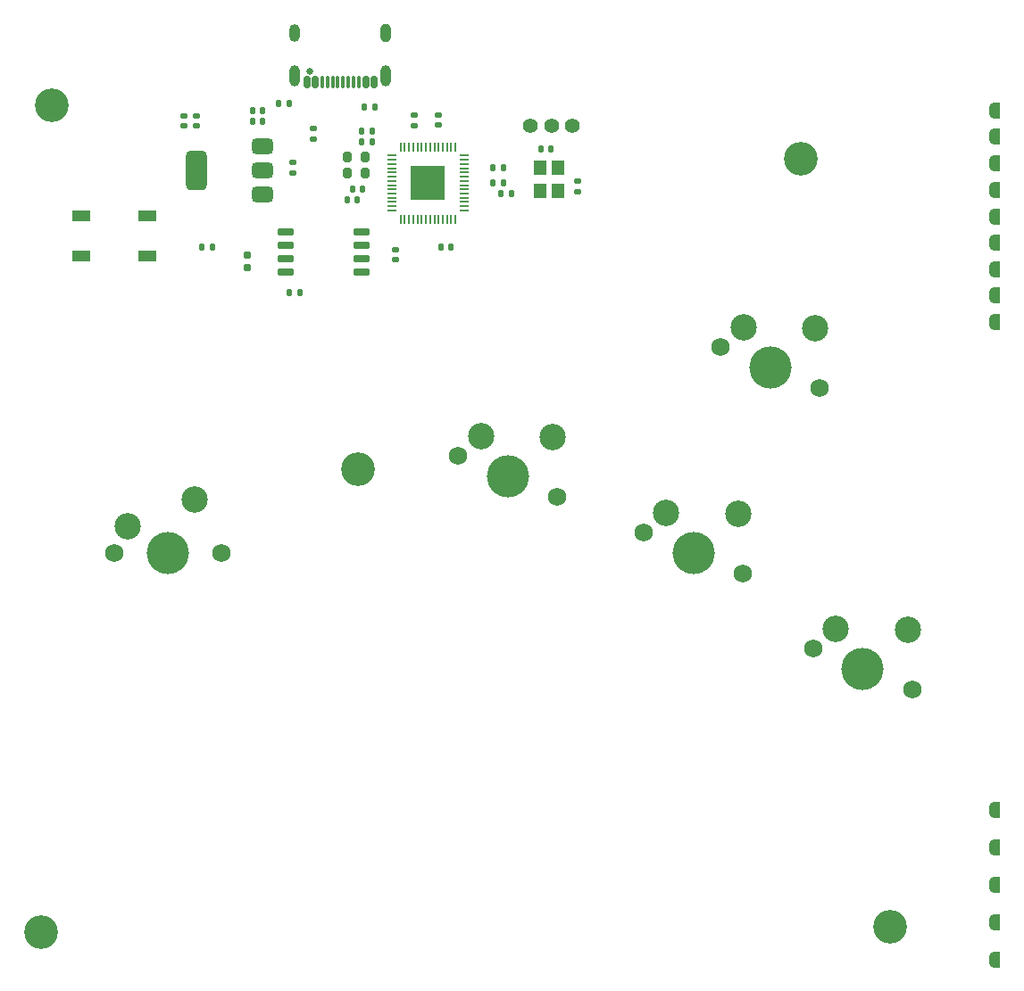
<source format=gbr>
%TF.GenerationSoftware,KiCad,Pcbnew,8.0.4*%
%TF.CreationDate,2024-07-23T18:00:38-07:00*%
%TF.ProjectId,2board_a,32626f61-7264-45f6-912e-6b696361645f,rev?*%
%TF.SameCoordinates,Original*%
%TF.FileFunction,Soldermask,Top*%
%TF.FilePolarity,Negative*%
%FSLAX46Y46*%
G04 Gerber Fmt 4.6, Leading zero omitted, Abs format (unit mm)*
G04 Created by KiCad (PCBNEW 8.0.4) date 2024-07-23 18:00:38*
%MOMM*%
%LPD*%
G01*
G04 APERTURE LIST*
G04 Aperture macros list*
%AMRoundRect*
0 Rectangle with rounded corners*
0 $1 Rounding radius*
0 $2 $3 $4 $5 $6 $7 $8 $9 X,Y pos of 4 corners*
0 Add a 4 corners polygon primitive as box body*
4,1,4,$2,$3,$4,$5,$6,$7,$8,$9,$2,$3,0*
0 Add four circle primitives for the rounded corners*
1,1,$1+$1,$2,$3*
1,1,$1+$1,$4,$5*
1,1,$1+$1,$6,$7*
1,1,$1+$1,$8,$9*
0 Add four rect primitives between the rounded corners*
20,1,$1+$1,$2,$3,$4,$5,0*
20,1,$1+$1,$4,$5,$6,$7,0*
20,1,$1+$1,$6,$7,$8,$9,0*
20,1,$1+$1,$8,$9,$2,$3,0*%
%AMFreePoly0*
4,1,19,0.500000,-0.750000,0.000000,-0.750000,0.000000,-0.744911,-0.071157,-0.744911,-0.207708,-0.704816,-0.327430,-0.627875,-0.420627,-0.520320,-0.479746,-0.390866,-0.500000,-0.250000,-0.500000,0.250000,-0.479746,0.390866,-0.420627,0.520320,-0.327430,0.627875,-0.207708,0.704816,-0.071157,0.744911,0.000000,0.744911,0.000000,0.750000,0.500000,0.750000,0.500000,-0.750000,0.500000,-0.750000,
$1*%
G04 Aperture macros list end*
%ADD10FreePoly0,0.000000*%
%ADD11C,3.200000*%
%ADD12RoundRect,0.140000X-0.170000X0.140000X-0.170000X-0.140000X0.170000X-0.140000X0.170000X0.140000X0*%
%ADD13R,1.200000X1.400000*%
%ADD14R,1.700000X1.000000*%
%ADD15RoundRect,0.135000X-0.185000X0.135000X-0.185000X-0.135000X0.185000X-0.135000X0.185000X0.135000X0*%
%ADD16RoundRect,0.140000X-0.140000X-0.170000X0.140000X-0.170000X0.140000X0.170000X-0.140000X0.170000X0*%
%ADD17RoundRect,0.150000X0.650000X0.150000X-0.650000X0.150000X-0.650000X-0.150000X0.650000X-0.150000X0*%
%ADD18RoundRect,0.140000X0.140000X0.170000X-0.140000X0.170000X-0.140000X-0.170000X0.140000X-0.170000X0*%
%ADD19RoundRect,0.140000X0.170000X-0.140000X0.170000X0.140000X-0.170000X0.140000X-0.170000X-0.140000X0*%
%ADD20C,1.750000*%
%ADD21C,4.000000*%
%ADD22C,2.500000*%
%ADD23RoundRect,0.135000X-0.135000X-0.185000X0.135000X-0.185000X0.135000X0.185000X-0.135000X0.185000X0*%
%ADD24C,0.650000*%
%ADD25RoundRect,0.150000X0.150000X0.420000X-0.150000X0.420000X-0.150000X-0.420000X0.150000X-0.420000X0*%
%ADD26RoundRect,0.075000X0.075000X0.495000X-0.075000X0.495000X-0.075000X-0.495000X0.075000X-0.495000X0*%
%ADD27O,1.000000X2.000000*%
%ADD28O,1.000000X1.800000*%
%ADD29O,1.000000X1.700000*%
%ADD30RoundRect,0.135000X0.135000X0.185000X-0.135000X0.185000X-0.135000X-0.185000X0.135000X-0.185000X0*%
%ADD31RoundRect,0.200000X-0.200000X-0.275000X0.200000X-0.275000X0.200000X0.275000X-0.200000X0.275000X0*%
%ADD32RoundRect,0.160000X-0.160000X0.197500X-0.160000X-0.197500X0.160000X-0.197500X0.160000X0.197500X0*%
%ADD33RoundRect,0.050000X0.050000X-0.387500X0.050000X0.387500X-0.050000X0.387500X-0.050000X-0.387500X0*%
%ADD34RoundRect,0.050000X0.387500X-0.050000X0.387500X0.050000X-0.387500X0.050000X-0.387500X-0.050000X0*%
%ADD35R,3.200000X3.200000*%
%ADD36RoundRect,0.375000X0.625000X0.375000X-0.625000X0.375000X-0.625000X-0.375000X0.625000X-0.375000X0*%
%ADD37RoundRect,0.500000X0.500000X1.400000X-0.500000X1.400000X-0.500000X-1.400000X0.500000X-1.400000X0*%
%ADD38C,1.400000*%
G04 APERTURE END LIST*
D10*
%TO.C,JP11*%
X195420000Y-99930000D03*
%TD*%
D11*
%TO.C,H7*%
X177000000Y-34600000D03*
%TD*%
D12*
%TO.C,C3*%
X155852000Y-36728000D03*
X155852000Y-37688000D03*
%TD*%
D10*
%TO.C,JP14*%
X195420000Y-110580000D03*
%TD*%
D13*
%TO.C,Y1*%
X153996000Y-37630000D03*
X153996000Y-35430000D03*
X152296000Y-35430000D03*
X152296000Y-37630000D03*
%TD*%
D14*
%TO.C,SW1*%
X108755000Y-40030000D03*
X115055000Y-40030000D03*
X108755000Y-43830000D03*
X115055000Y-43830000D03*
%TD*%
D12*
%TO.C,C12*%
X138630000Y-43200000D03*
X138630000Y-44160000D03*
%TD*%
D15*
%TO.C,R2*%
X130822000Y-31668000D03*
X130822000Y-32688000D03*
%TD*%
D16*
%TO.C,C2*%
X125020000Y-31000000D03*
X125980000Y-31000000D03*
%TD*%
%TO.C,C8*%
X147840000Y-35430000D03*
X148800000Y-35430000D03*
%TD*%
D10*
%TO.C,JP2*%
X195420000Y-32500000D03*
%TD*%
D17*
%TO.C,U3*%
X135410000Y-45349000D03*
X135410000Y-44079000D03*
X135410000Y-42809000D03*
X135410000Y-41539000D03*
X128210000Y-41539000D03*
X128210000Y-42809000D03*
X128210000Y-44079000D03*
X128210000Y-45349000D03*
%TD*%
D10*
%TO.C,JP12*%
X195420000Y-103480000D03*
%TD*%
D18*
%TO.C,C10*%
X135478750Y-37430000D03*
X134518750Y-37430000D03*
%TD*%
D19*
%TO.C,C11*%
X128880000Y-35910000D03*
X128880000Y-34950000D03*
%TD*%
D10*
%TO.C,JP3*%
X195420000Y-35000000D03*
%TD*%
D20*
%TO.C,SW8_DP1*%
X111920000Y-71991696D03*
D21*
X117000000Y-71991696D03*
D20*
X122080000Y-71991696D03*
D22*
X113190000Y-69451696D03*
X119540000Y-66911696D03*
%TD*%
D11*
%TO.C,H8*%
X185500000Y-107500000D03*
%TD*%
D18*
%TO.C,C7*%
X136360000Y-31930000D03*
X135400000Y-31930000D03*
%TD*%
D20*
%TO.C,SW20_RIGHT1*%
X178210635Y-81055968D03*
D21*
X182903943Y-83000000D03*
D20*
X187597251Y-84944032D03*
D22*
X180355978Y-79195322D03*
X187194629Y-79278708D03*
%TD*%
D23*
%TO.C,R5*%
X120251000Y-42936000D03*
X121271000Y-42936000D03*
%TD*%
D16*
%TO.C,C14*%
X147840000Y-36840000D03*
X148800000Y-36840000D03*
%TD*%
D10*
%TO.C,JP8*%
X195420000Y-47550000D03*
%TD*%
D23*
%TO.C,R1*%
X127490000Y-29347000D03*
X128510000Y-29347000D03*
%TD*%
D20*
%TO.C,SW19_LEFT1*%
X144541559Y-62780211D03*
D21*
X149234867Y-64724243D03*
D20*
X153928175Y-66668275D03*
D22*
X146686902Y-60919565D03*
X153525553Y-61002951D03*
%TD*%
D24*
%TO.C,J1*%
X130495000Y-26245000D03*
D25*
X136580000Y-27315000D03*
X135780000Y-27315000D03*
D26*
X134630000Y-27315000D03*
X133630000Y-27315000D03*
X133130000Y-27315000D03*
X132130000Y-27315000D03*
D25*
X130980000Y-27315000D03*
X130180000Y-27315000D03*
X130180000Y-27315000D03*
X130980000Y-27315000D03*
D26*
X131630000Y-27315000D03*
X132630000Y-27315000D03*
X134130000Y-27315000D03*
X135130000Y-27315000D03*
D25*
X135780000Y-27315000D03*
X136580000Y-27315000D03*
D27*
X137700000Y-26745000D03*
D28*
X137700000Y-22605000D03*
D27*
X129060000Y-26745000D03*
D29*
X129060000Y-22605000D03*
%TD*%
D11*
%TO.C,H11*%
X135000000Y-64000000D03*
%TD*%
%TO.C,H2*%
X105000000Y-108000000D03*
%TD*%
D30*
%TO.C,R4*%
X149590000Y-37856000D03*
X148570000Y-37856000D03*
%TD*%
D31*
%TO.C,R7*%
X134055000Y-34430000D03*
X135705000Y-34430000D03*
%TD*%
D10*
%TO.C,JP10*%
X195420000Y-96380000D03*
%TD*%
D20*
%TO.C,SW18_DOWN1*%
X162141464Y-70070330D03*
D21*
X166834772Y-72014362D03*
D20*
X171528080Y-73958394D03*
D22*
X164286807Y-68209684D03*
X171125458Y-68293070D03*
%TD*%
D32*
%TO.C,R6*%
X124571000Y-43735500D03*
X124571000Y-44930500D03*
%TD*%
D10*
%TO.C,JP4*%
X195420000Y-37550000D03*
%TD*%
D31*
%TO.C,R8*%
X134055000Y-35930000D03*
X135705000Y-35930000D03*
%TD*%
D18*
%TO.C,C6*%
X136360000Y-32930000D03*
X135400000Y-32930000D03*
%TD*%
D33*
%TO.C,U1*%
X139078000Y-40315500D03*
X139478000Y-40315500D03*
X139878000Y-40315500D03*
X140278000Y-40315500D03*
X140678000Y-40315500D03*
X141078000Y-40315500D03*
X141478000Y-40315500D03*
X141878000Y-40315500D03*
X142278000Y-40315500D03*
X142678000Y-40315500D03*
X143078000Y-40315500D03*
X143478000Y-40315500D03*
X143878000Y-40315500D03*
X144278000Y-40315500D03*
D34*
X145115500Y-39478000D03*
X145115500Y-39078000D03*
X145115500Y-38678000D03*
X145115500Y-38278000D03*
X145115500Y-37878000D03*
X145115500Y-37478000D03*
X145115500Y-37078000D03*
X145115500Y-36678000D03*
X145115500Y-36278000D03*
X145115500Y-35878000D03*
X145115500Y-35478000D03*
X145115500Y-35078000D03*
X145115500Y-34678000D03*
X145115500Y-34278000D03*
D33*
X144278000Y-33440500D03*
X143878000Y-33440500D03*
X143478000Y-33440500D03*
X143078000Y-33440500D03*
X142678000Y-33440500D03*
X142278000Y-33440500D03*
X141878000Y-33440500D03*
X141478000Y-33440500D03*
X141078000Y-33440500D03*
X140678000Y-33440500D03*
X140278000Y-33440500D03*
X139878000Y-33440500D03*
X139478000Y-33440500D03*
X139078000Y-33440500D03*
D34*
X138240500Y-34278000D03*
X138240500Y-34678000D03*
X138240500Y-35078000D03*
X138240500Y-35478000D03*
X138240500Y-35878000D03*
X138240500Y-36278000D03*
X138240500Y-36678000D03*
X138240500Y-37078000D03*
X138240500Y-37478000D03*
X138240500Y-37878000D03*
X138240500Y-38278000D03*
X138240500Y-38678000D03*
X138240500Y-39078000D03*
X138240500Y-39478000D03*
D35*
X141678000Y-36878000D03*
%TD*%
D19*
%TO.C,C18*%
X118500000Y-31480000D03*
X118500000Y-30520000D03*
%TD*%
D36*
%TO.C,U2*%
X125972000Y-37978000D03*
X125972000Y-35678000D03*
D37*
X119672000Y-35678000D03*
D36*
X125972000Y-33378000D03*
%TD*%
D10*
%TO.C,JP6*%
X195420000Y-42550000D03*
%TD*%
D38*
%TO.C,J2*%
X155380000Y-31430000D03*
X153380000Y-31430000D03*
X151380000Y-31430000D03*
%TD*%
D16*
%TO.C,C1*%
X125040000Y-30000000D03*
X126000000Y-30000000D03*
%TD*%
D10*
%TO.C,JP1*%
X195420000Y-30000000D03*
%TD*%
D18*
%TO.C,C9*%
X134978750Y-38430000D03*
X134018750Y-38430000D03*
%TD*%
D20*
%TO.C,SW17_W1*%
X169431583Y-52470425D03*
D21*
X174124891Y-54414457D03*
D20*
X178818199Y-56358489D03*
D22*
X171576926Y-50609779D03*
X178415577Y-50693165D03*
%TD*%
D16*
%TO.C,C5*%
X128536000Y-47254000D03*
X129496000Y-47254000D03*
%TD*%
D18*
%TO.C,C4*%
X153360000Y-33680000D03*
X152400000Y-33680000D03*
%TD*%
D10*
%TO.C,JP9*%
X195420000Y-50050000D03*
%TD*%
D19*
%TO.C,C16*%
X140380000Y-31410000D03*
X140380000Y-30450000D03*
%TD*%
D10*
%TO.C,JP5*%
X195420000Y-40050000D03*
%TD*%
D19*
%TO.C,C15*%
X142630000Y-31390000D03*
X142630000Y-30430000D03*
%TD*%
D10*
%TO.C,JP7*%
X195420000Y-45050000D03*
%TD*%
%TO.C,JP13*%
X195420000Y-107030000D03*
%TD*%
D23*
%TO.C,R3*%
X135620000Y-29680000D03*
X136640000Y-29680000D03*
%TD*%
D16*
%TO.C,C13*%
X142900000Y-42930000D03*
X143860000Y-42930000D03*
%TD*%
D11*
%TO.C,H1*%
X106000000Y-29500000D03*
%TD*%
D19*
%TO.C,C17*%
X119745000Y-31478000D03*
X119745000Y-30518000D03*
%TD*%
M02*

</source>
